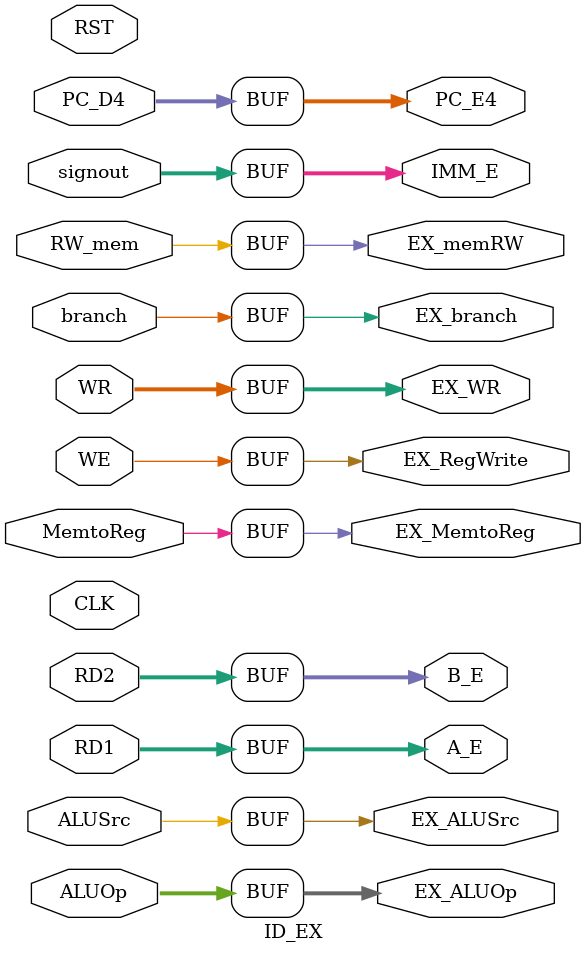
<source format=v>
module ID_EX(PC_D4, RD1, RD2, signout, ALUSrc, ALUOp, branch, RW_mem, MemtoReg, WE, WR,   
PC_E4, A_E, B_E, IMM_E, EX_ALUSrc, EX_ALUOp, EX_branch, EX_memRW, EX_MemtoReg, EX_RegWrite, EX_WR, CLK, RST);

    input CLK;
    input RST;
    input [31:0] PC_D4;
    input [31:0] RD1;
    input [31:0] RD2;
    input [31:0] signout;
    input ALUSrc;
    input [1:0] ALUOp;
    input branch;
    input RW_mem;
    input MemtoReg;
    input WE;
    input [4:0] WR;

    output reg [31:0] PC_E4;
    output reg [31:0] A_E;
    output reg [31:0] B_E;
    output reg [31:0] IMM_E;
    output reg EX_ALUSrc;
    output reg [1:0] EX_ALUOp;
    output reg EX_branch;
    output reg EX_memRW;
    output reg EX_MemtoReg;
    output reg EX_RegWrite;
    output reg [4:0] EX_WR;
    



    always @(*) begin
        PC_E4 <= PC_D4;
        A_E <= RD1;
        B_E <= RD2;
        IMM_E <= signout;
        EX_ALUSrc <= ALUSrc;
        EX_ALUOp <= ALUOp;
        EX_branch <= branch;
        EX_memRW <= RW_mem;
        EX_MemtoReg <= MemtoReg;
        EX_RegWrite <= WE;
        EX_WR <= WR;
        // $display("%2t: ID_EX", $time);
    end

// iverilog -o test Vr_inst_mem.v PipelinedCpu.v PipelinedCpu_tb.v Vr_register_file.v SignedExtension.v Vr_data_mem.v Control.v ALUcontrol.v mux.v ALU.v Shift.v ALU_ADD.v PC.v ADD_4.v ANDGATE.v IF_ID.v ID_EX.v EX_MEM.v MEM_WB.v
endmodule
</source>
